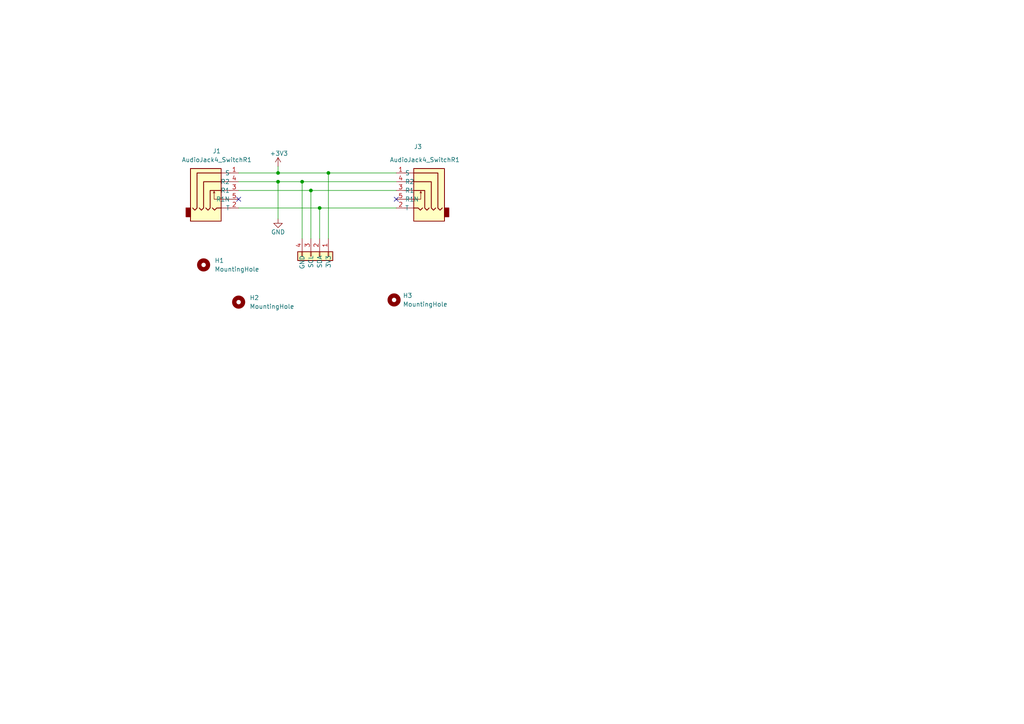
<source format=kicad_sch>
(kicad_sch (version 20211123) (generator eeschema)

  (uuid 88756da8-e111-4b08-9dca-4f421ab400a5)

  (paper "A4")

  (lib_symbols
    (symbol "Connector_Generic:Conn_01x04" (pin_names (offset 1.016)) (in_bom yes) (on_board yes)
      (property "Reference" "J2" (id 0) (at -1.27 -4.445 90)
        (effects (font (size 1.27 1.27)) hide)
      )
      (property "Value" "Conn_01x04" (id 1) (at -1.27 -6.985 90)
        (effects (font (size 1.27 1.27)) hide)
      )
      (property "Footprint" "Connector_Wire:SolderWire-0.15sqmm_1x04_P4mm_D0.5mm_OD1.5mm" (id 2) (at 0 0 0)
        (effects (font (size 1.27 1.27)) hide)
      )
      (property "Datasheet" "~" (id 3) (at 0 0 0)
        (effects (font (size 1.27 1.27)) hide)
      )
      (property "ki_keywords" "connector" (id 4) (at 0 0 0)
        (effects (font (size 1.27 1.27)) hide)
      )
      (property "ki_description" "Generic connector, single row, 01x04, script generated (kicad-library-utils/schlib/autogen/connector/)" (id 5) (at 0 0 0)
        (effects (font (size 1.27 1.27)) hide)
      )
      (property "ki_fp_filters" "Connector*:*_1x??_*" (id 6) (at 0 0 0)
        (effects (font (size 1.27 1.27)) hide)
      )
      (symbol "Conn_01x04_1_1"
        (rectangle (start -1.27 -4.953) (end 0 -5.207)
          (stroke (width 0.1524) (type default) (color 0 0 0 0))
          (fill (type none))
        )
        (rectangle (start -1.27 -2.413) (end 0 -2.667)
          (stroke (width 0.1524) (type default) (color 0 0 0 0))
          (fill (type none))
        )
        (rectangle (start -1.27 0.127) (end 0 -0.127)
          (stroke (width 0.1524) (type default) (color 0 0 0 0))
          (fill (type none))
        )
        (rectangle (start -1.27 2.667) (end 0 2.413)
          (stroke (width 0.1524) (type default) (color 0 0 0 0))
          (fill (type none))
        )
        (rectangle (start -1.27 3.81) (end 1.27 -6.35)
          (stroke (width 0.254) (type default) (color 0 0 0 0))
          (fill (type background))
        )
        (pin passive line (at -5.08 2.54 0) (length 3.81)
          (name "Pin_1" (effects (font (size 1.27 1.27))))
          (number "1" (effects (font (size 1.27 1.27))))
          (alternate "3V3" power_in line)
          (alternate "GND" power_in line)
        )
        (pin passive line (at -5.08 0 0) (length 3.81)
          (name "Pin_2" (effects (font (size 1.27 1.27))))
          (number "2" (effects (font (size 1.27 1.27))))
          (alternate "DATA" bidirectional line)
          (alternate "SCL" input line)
          (alternate "SDA" input line)
        )
        (pin passive line (at -5.08 -2.54 0) (length 3.81)
          (name "Pin_3" (effects (font (size 1.27 1.27))))
          (number "3" (effects (font (size 1.27 1.27))))
          (alternate "DATA" bidirectional line)
          (alternate "SCL" input line)
          (alternate "SDA" input line)
        )
        (pin passive line (at -5.08 -5.08 0) (length 3.81)
          (name "Pin_4" (effects (font (size 1.27 1.27))))
          (number "4" (effects (font (size 1.27 1.27))))
          (alternate "3V3" power_in line)
          (alternate "GND" power_in line)
        )
      )
    )
    (symbol "Mechanical:MountingHole" (pin_names (offset 1.016)) (in_bom yes) (on_board yes)
      (property "Reference" "H" (id 0) (at 0 5.08 0)
        (effects (font (size 1.27 1.27)))
      )
      (property "Value" "MountingHole" (id 1) (at 0 3.175 0)
        (effects (font (size 1.27 1.27)))
      )
      (property "Footprint" "" (id 2) (at 0 0 0)
        (effects (font (size 1.27 1.27)) hide)
      )
      (property "Datasheet" "~" (id 3) (at 0 0 0)
        (effects (font (size 1.27 1.27)) hide)
      )
      (property "ki_keywords" "mounting hole" (id 4) (at 0 0 0)
        (effects (font (size 1.27 1.27)) hide)
      )
      (property "ki_description" "Mounting Hole without connection" (id 5) (at 0 0 0)
        (effects (font (size 1.27 1.27)) hide)
      )
      (property "ki_fp_filters" "MountingHole*" (id 6) (at 0 0 0)
        (effects (font (size 1.27 1.27)) hide)
      )
      (symbol "MountingHole_0_1"
        (circle (center 0 0) (radius 1.27)
          (stroke (width 1.27) (type default) (color 0 0 0 0))
          (fill (type none))
        )
      )
    )
    (symbol "power1:+3V3" (power) (pin_names (offset 0)) (in_bom yes) (on_board yes)
      (property "Reference" "#PWR" (id 0) (at 0 -3.81 0)
        (effects (font (size 1.27 1.27)) hide)
      )
      (property "Value" "+3V3" (id 1) (at 0 3.556 0)
        (effects (font (size 1.27 1.27)))
      )
      (property "Footprint" "" (id 2) (at 0 0 0)
        (effects (font (size 1.27 1.27)) hide)
      )
      (property "Datasheet" "" (id 3) (at 0 0 0)
        (effects (font (size 1.27 1.27)) hide)
      )
      (property "ki_keywords" "power-flag" (id 4) (at 0 0 0)
        (effects (font (size 1.27 1.27)) hide)
      )
      (property "ki_description" "Power symbol creates a global label with name \"+3V3\"" (id 5) (at 0 0 0)
        (effects (font (size 1.27 1.27)) hide)
      )
      (symbol "+3V3_0_1"
        (polyline
          (pts
            (xy -0.762 1.27)
            (xy 0 2.54)
          )
          (stroke (width 0) (type default) (color 0 0 0 0))
          (fill (type none))
        )
        (polyline
          (pts
            (xy 0 0)
            (xy 0 2.54)
          )
          (stroke (width 0) (type default) (color 0 0 0 0))
          (fill (type none))
        )
        (polyline
          (pts
            (xy 0 2.54)
            (xy 0.762 1.27)
          )
          (stroke (width 0) (type default) (color 0 0 0 0))
          (fill (type none))
        )
      )
      (symbol "+3V3_1_1"
        (pin power_in line (at 0 0 90) (length 0) hide
          (name "+3V3" (effects (font (size 1.27 1.27))))
          (number "1" (effects (font (size 1.27 1.27))))
          (alternate "+3V3-OUT" power_out line)
        )
      )
    )
    (symbol "power1:GND" (power) (pin_names (offset 0)) (in_bom yes) (on_board yes)
      (property "Reference" "#PWR" (id 0) (at 0 -6.35 0)
        (effects (font (size 1.27 1.27)) hide)
      )
      (property "Value" "GND" (id 1) (at 0 -3.81 0)
        (effects (font (size 1.27 1.27)))
      )
      (property "Footprint" "" (id 2) (at 0 0 0)
        (effects (font (size 1.27 1.27)) hide)
      )
      (property "Datasheet" "" (id 3) (at 0 0 0)
        (effects (font (size 1.27 1.27)) hide)
      )
      (property "ki_keywords" "power-flag" (id 4) (at 0 0 0)
        (effects (font (size 1.27 1.27)) hide)
      )
      (property "ki_description" "Power symbol creates a global label with name \"GND\" , ground" (id 5) (at 0 0 0)
        (effects (font (size 1.27 1.27)) hide)
      )
      (symbol "GND_0_1"
        (polyline
          (pts
            (xy 0 0)
            (xy 0 -1.27)
            (xy 1.27 -1.27)
            (xy 0 -2.54)
            (xy -1.27 -1.27)
            (xy 0 -1.27)
          )
          (stroke (width 0) (type default) (color 0 0 0 0))
          (fill (type none))
        )
      )
      (symbol "GND_1_1"
        (pin power_in line (at 0 0 270) (length 0) hide
          (name "GND" (effects (font (size 1.27 1.27))))
          (number "1" (effects (font (size 1.27 1.27))))
          (alternate "GND-OUT" power_out line)
        )
      )
    )
    (symbol "reptile-monitor:AudioJack4_SwitchR1" (pin_names (offset 0.002)) (in_bom yes) (on_board yes)
      (property "Reference" "J" (id 0) (at 0 11.43 0)
        (effects (font (size 1.27 1.27)))
      )
      (property "Value" "AudioJack4_SwitchR1" (id 1) (at 0 8.89 0)
        (effects (font (size 1.27 1.27)))
      )
      (property "Footprint" "reptile-monitor:Korean Hroparts Elec PJ-227-5A" (id 2) (at 0 -13.97 0)
        (effects (font (size 1.27 1.27)) hide)
      )
      (property "Datasheet" "https://datasheet.lcsc.com/lcsc/1810121720_Korean-Hroparts-Elec-PJ-227-5A_C145819.pdf" (id 3) (at 0 -11.43 0)
        (effects (font (size 1.27 1.27)) hide)
      )
      (property "LCSC Part" "C145819" (id 4) (at 0 -16.51 0)
        (effects (font (size 1.27 1.27)) hide)
      )
      (property "ki_keywords" "audio jack receptacle stereo headphones phones TRS connector" (id 5) (at 0 0 0)
        (effects (font (size 1.27 1.27)) hide)
      )
      (property "ki_description" "Korean Hroparts Elec PJ-227-5A - Audio Jack, 4 Poles (Stereo / TRRS), Switched R1 Poles (Normalling)" (id 6) (at 0 0 0)
        (effects (font (size 1.27 1.27)) hide)
      )
      (property "ki_fp_filters" "Jack*" (id 7) (at 0 0 0)
        (effects (font (size 1.27 1.27)) hide)
      )
      (symbol "AudioJack4_SwitchR1_0_1"
        (rectangle (start -7.62 -5.08) (end -8.89 -7.62)
          (stroke (width 0.254) (type default) (color 0 0 0 0))
          (fill (type outline))
        )
        (rectangle (start -7.62 6.35) (end 1.27 -8.89)
          (stroke (width 0.254) (type default) (color 0 0 0 0))
          (fill (type background))
        )
        (polyline
          (pts
            (xy 1.27 -5.08)
            (xy 3.81 -5.08)
          )
          (stroke (width 0) (type default) (color 0 0 0 0))
          (fill (type none))
        )
        (polyline
          (pts
            (xy 1.27 2.54)
            (xy 3.81 2.54)
          )
          (stroke (width 0) (type default) (color 0 0 0 0))
          (fill (type none))
        )
        (polyline
          (pts
            (xy 3.81 0)
            (xy 1.27 0)
          )
          (stroke (width 0) (type default) (color 0 0 0 0))
          (fill (type none))
        )
        (polyline
          (pts
            (xy 3.81 5.08)
            (xy 1.27 5.08)
          )
          (stroke (width 0) (type default) (color 0 0 0 0))
          (fill (type none))
        )
      )
      (symbol "AudioJack4_SwitchR1_1_1"
        (polyline
          (pts
            (xy -0.762 -0.254)
            (xy -0.508 -0.762)
          )
          (stroke (width 0) (type default) (color 0 0 0 0))
          (fill (type none))
        )
        (polyline
          (pts
            (xy -1.27 -5.08)
            (xy -0.635 -5.715)
            (xy 0 -5.08)
            (xy 1.27 -5.08)
          )
          (stroke (width 0.254) (type default) (color 0 0 0 0))
          (fill (type none))
        )
        (polyline
          (pts
            (xy 3.81 -2.54)
            (xy -0.762 -2.54)
            (xy -0.762 -0.254)
            (xy -1.016 -0.762)
          )
          (stroke (width 0) (type default) (color 0 0 0 0))
          (fill (type none))
        )
        (polyline
          (pts
            (xy -3.175 -5.08)
            (xy -2.54 -5.715)
            (xy -1.905 -5.08)
            (xy -1.905 0)
            (xy 1.27 0)
          )
          (stroke (width 0.254) (type default) (color 0 0 0 0))
          (fill (type none))
        )
        (polyline
          (pts
            (xy 1.27 2.54)
            (xy -3.81 2.54)
            (xy -3.81 -5.08)
            (xy -4.445 -5.715)
            (xy -5.08 -5.08)
          )
          (stroke (width 0.254) (type default) (color 0 0 0 0))
          (fill (type none))
        )
        (polyline
          (pts
            (xy 1.27 5.08)
            (xy -5.715 5.08)
            (xy -5.715 -5.08)
            (xy -6.35 -5.715)
            (xy -6.985 -5.08)
          )
          (stroke (width 0.254) (type default) (color 0 0 0 0))
          (fill (type none))
        )
        (pin passive line (at 6.35 5.08 180) (length 2.54)
          (name "S" (effects (font (size 1.27 1.27))))
          (number "1" (effects (font (size 1.27 1.27))))
        )
        (pin passive line (at 6.35 -5.08 180) (length 2.54)
          (name "T" (effects (font (size 1.27 1.27))))
          (number "2" (effects (font (size 1.27 1.27))))
        )
        (pin passive line (at 6.35 0 180) (length 2.54)
          (name "R1" (effects (font (size 1.27 1.27))))
          (number "3" (effects (font (size 1.27 1.27))))
        )
        (pin passive line (at 6.35 2.54 180) (length 2.54)
          (name "R2" (effects (font (size 1.27 1.27))))
          (number "4" (effects (font (size 1.27 1.27))))
        )
        (pin passive line (at 6.35 -2.54 180) (length 2.54)
          (name "R1N" (effects (font (size 1.27 1.27))))
          (number "5" (effects (font (size 1.27 1.27))))
        )
      )
    )
  )

  (junction (at 95.25 50.165) (diameter 0) (color 0 0 0 0)
    (uuid 27ece12e-2628-4b8c-ba24-54c08fed210f)
  )
  (junction (at 80.645 50.165) (diameter 0) (color 0 0 0 0)
    (uuid 4142691e-6a49-4295-92f0-cc934573a9af)
  )
  (junction (at 92.71 60.325) (diameter 0) (color 0 0 0 0)
    (uuid 9991f3a4-6028-4bd1-8cb6-b29ce000a5b4)
  )
  (junction (at 87.63 52.705) (diameter 0) (color 0 0 0 0)
    (uuid a19a46a7-1637-405f-8eeb-b99bfe76af54)
  )
  (junction (at 80.645 52.705) (diameter 0) (color 0 0 0 0)
    (uuid ab130a9b-9018-4897-a6fe-d70c86f4d5b1)
  )
  (junction (at 90.17 55.245) (diameter 0) (color 0 0 0 0)
    (uuid d2a5d3f4-3134-4827-afaf-9384e138c8b0)
  )

  (no_connect (at 69.215 57.785) (uuid 1aeb5499-80b0-4fa5-9103-96919b4f1e5e))
  (no_connect (at 114.935 57.785) (uuid 85d9b0d2-9e8d-4710-9475-721ac75246b7))

  (wire (pts (xy 69.215 60.325) (xy 92.71 60.325))
    (stroke (width 0) (type default) (color 0 0 0 0))
    (uuid 052e6220-46ad-40ed-98f4-dd1ba572f79d)
  )
  (wire (pts (xy 80.645 52.705) (xy 80.645 63.5))
    (stroke (width 0) (type default) (color 0 0 0 0))
    (uuid 3b090045-7b95-41c5-8516-377d4053bdc5)
  )
  (wire (pts (xy 87.63 52.705) (xy 87.63 69.215))
    (stroke (width 0) (type default) (color 0 0 0 0))
    (uuid 41401ee3-760f-4c6f-81ce-7f1afc06c112)
  )
  (wire (pts (xy 80.645 52.705) (xy 87.63 52.705))
    (stroke (width 0) (type default) (color 0 0 0 0))
    (uuid 4f8d1a75-fac9-412b-bfda-14d851aa903c)
  )
  (wire (pts (xy 92.71 60.325) (xy 92.71 69.215))
    (stroke (width 0) (type default) (color 0 0 0 0))
    (uuid 5c52b382-db7f-4736-aaa2-02513dda52f8)
  )
  (wire (pts (xy 87.63 52.705) (xy 114.935 52.705))
    (stroke (width 0) (type default) (color 0 0 0 0))
    (uuid 6426b76b-f035-4aaf-a696-a12b63bc03a0)
  )
  (wire (pts (xy 69.215 52.705) (xy 80.645 52.705))
    (stroke (width 0) (type default) (color 0 0 0 0))
    (uuid 6811d97f-5040-4764-af61-28702b9a9630)
  )
  (wire (pts (xy 80.645 48.26) (xy 80.645 50.165))
    (stroke (width 0) (type default) (color 0 0 0 0))
    (uuid 6a093101-e352-414d-a917-ddac77fb16a3)
  )
  (wire (pts (xy 114.935 60.325) (xy 92.71 60.325))
    (stroke (width 0) (type default) (color 0 0 0 0))
    (uuid 79a4c677-37ed-4130-a826-351b675a4bf4)
  )
  (wire (pts (xy 95.25 50.165) (xy 114.935 50.165))
    (stroke (width 0) (type default) (color 0 0 0 0))
    (uuid a2bae223-8662-4457-86db-d8553bf0af3d)
  )
  (wire (pts (xy 95.25 50.165) (xy 95.25 69.215))
    (stroke (width 0) (type default) (color 0 0 0 0))
    (uuid a60fa658-755a-40ce-95e2-53a13c4b8f98)
  )
  (wire (pts (xy 90.17 55.245) (xy 90.17 69.215))
    (stroke (width 0) (type default) (color 0 0 0 0))
    (uuid a90c7b42-c545-4f7b-b47e-19f68bffab54)
  )
  (wire (pts (xy 80.645 50.165) (xy 95.25 50.165))
    (stroke (width 0) (type default) (color 0 0 0 0))
    (uuid b114cb57-245a-45fb-b3df-79ebaefb1285)
  )
  (wire (pts (xy 69.215 55.245) (xy 90.17 55.245))
    (stroke (width 0) (type default) (color 0 0 0 0))
    (uuid e8edd28c-4413-4a55-8d41-2501ce05ceea)
  )
  (wire (pts (xy 69.215 50.165) (xy 80.645 50.165))
    (stroke (width 0) (type default) (color 0 0 0 0))
    (uuid e96bc12e-8651-44bb-85f4-a08fdcaecc3e)
  )
  (wire (pts (xy 114.935 55.245) (xy 90.17 55.245))
    (stroke (width 0) (type default) (color 0 0 0 0))
    (uuid eca31d22-af7e-4e11-bc91-489f16d99224)
  )

  (symbol (lib_id "power1:GND") (at 80.645 63.5 0) (unit 1)
    (in_bom yes) (on_board yes)
    (uuid 158192ff-488f-4433-8d21-75cc813cbf1e)
    (property "Reference" "#PWR02" (id 0) (at 80.645 69.85 0)
      (effects (font (size 1.27 1.27)) hide)
    )
    (property "Value" "GND" (id 1) (at 80.645 67.31 0))
    (property "Footprint" "" (id 2) (at 80.645 63.5 0)
      (effects (font (size 1.27 1.27)) hide)
    )
    (property "Datasheet" "" (id 3) (at 80.645 63.5 0)
      (effects (font (size 1.27 1.27)) hide)
    )
    (pin "1" (uuid 2c0abca4-b9f6-46f4-98bf-eb89128779c3))
  )

  (symbol (lib_id "Mechanical:MountingHole") (at 59.055 76.835 0) (unit 1)
    (in_bom yes) (on_board yes) (fields_autoplaced)
    (uuid 5a57db59-8140-4f00-a0ad-2d86b525e767)
    (property "Reference" "H1" (id 0) (at 62.23 75.5649 0)
      (effects (font (size 1.27 1.27)) (justify left))
    )
    (property "Value" "MountingHole" (id 1) (at 62.23 78.1049 0)
      (effects (font (size 1.27 1.27)) (justify left))
    )
    (property "Footprint" "MountingHole:MountingHole_3.2mm_M3" (id 2) (at 59.055 76.835 0)
      (effects (font (size 1.27 1.27)) hide)
    )
    (property "Datasheet" "~" (id 3) (at 59.055 76.835 0)
      (effects (font (size 1.27 1.27)) hide)
    )
  )

  (symbol (lib_id "power1:+3V3") (at 80.645 48.26 0) (mirror y) (unit 1)
    (in_bom yes) (on_board yes)
    (uuid 6bc41856-d1a5-4ab8-b1cd-cbd503acce69)
    (property "Reference" "#PWR01" (id 0) (at 80.645 52.07 0)
      (effects (font (size 1.27 1.27)) hide)
    )
    (property "Value" "+3V3" (id 1) (at 80.899 44.5008 0))
    (property "Footprint" "" (id 2) (at 80.645 48.26 0)
      (effects (font (size 1.27 1.27)) hide)
    )
    (property "Datasheet" "" (id 3) (at 80.645 48.26 0)
      (effects (font (size 1.27 1.27)) hide)
    )
    (pin "1" (uuid a7d61035-3ad4-4f4a-b713-90a9d6807c60))
  )

  (symbol (lib_id "Mechanical:MountingHole") (at 114.3 86.995 0) (unit 1)
    (in_bom yes) (on_board yes) (fields_autoplaced)
    (uuid 6e7acb28-05d1-4240-95cb-7e65bd8f7a0d)
    (property "Reference" "H3" (id 0) (at 116.84 85.7249 0)
      (effects (font (size 1.27 1.27)) (justify left))
    )
    (property "Value" "MountingHole" (id 1) (at 116.84 88.2649 0)
      (effects (font (size 1.27 1.27)) (justify left))
    )
    (property "Footprint" "MountingHole:MountingHole_3.2mm_M3" (id 2) (at 114.3 86.995 0)
      (effects (font (size 1.27 1.27)) hide)
    )
    (property "Datasheet" "~" (id 3) (at 114.3 86.995 0)
      (effects (font (size 1.27 1.27)) hide)
    )
  )

  (symbol (lib_id "reptile-monitor:AudioJack4_SwitchR1") (at 121.285 55.245 0) (mirror y) (unit 1)
    (in_bom yes) (on_board yes)
    (uuid 81b8fd51-74d7-4403-ad36-7284b178a2bc)
    (property "Reference" "J3" (id 0) (at 120.015 42.545 0)
      (effects (font (size 1.27 1.27)) (justify right))
    )
    (property "Value" "AudioJack4_SwitchR1" (id 1) (at 113.03 46.355 0)
      (effects (font (size 1.27 1.27)) (justify right))
    )
    (property "Footprint" "reptile-monitor:Korean Hroparts Elec PJ-227-5A" (id 2) (at 121.285 69.215 0)
      (effects (font (size 1.27 1.27)) hide)
    )
    (property "Datasheet" "https://datasheet.lcsc.com/lcsc/1810121720_Korean-Hroparts-Elec-PJ-227-5A_C145819.pdf" (id 3) (at 121.285 66.675 0)
      (effects (font (size 1.27 1.27)) hide)
    )
    (property "LCSC Part" "C145819" (id 4) (at 121.285 71.755 0)
      (effects (font (size 1.27 1.27)) hide)
    )
    (pin "1" (uuid 43cefbf6-554a-42c9-bfdb-6a469fea6002))
    (pin "2" (uuid 174bf268-22cf-45c6-915c-bc89a7d5faa2))
    (pin "3" (uuid 267a1083-6cbc-4ace-9839-9fe5dd7dfe68))
    (pin "4" (uuid 498cb4e1-53e1-43ad-8f81-10edc9dafa71))
    (pin "5" (uuid 8723f3f7-0d0c-42eb-8b58-d5b76313e89b))
  )

  (symbol (lib_id "reptile-monitor:AudioJack4_SwitchR1") (at 62.865 55.245 0) (unit 1)
    (in_bom yes) (on_board yes) (fields_autoplaced)
    (uuid 95ae5c6b-1553-4551-bafc-dcc6893749fc)
    (property "Reference" "J1" (id 0) (at 62.865 43.815 0))
    (property "Value" "AudioJack4_SwitchR1" (id 1) (at 62.865 46.355 0))
    (property "Footprint" "reptile-monitor:Korean Hroparts Elec PJ-227-5A" (id 2) (at 62.865 69.215 0)
      (effects (font (size 1.27 1.27)) hide)
    )
    (property "Datasheet" "https://datasheet.lcsc.com/lcsc/1810121720_Korean-Hroparts-Elec-PJ-227-5A_C145819.pdf" (id 3) (at 62.865 66.675 0)
      (effects (font (size 1.27 1.27)) hide)
    )
    (property "LCSC Part" "C145819" (id 4) (at 62.865 71.755 0)
      (effects (font (size 1.27 1.27)) hide)
    )
    (pin "1" (uuid cfcc1012-3c37-4086-a1bb-b7c29fe35ddb))
    (pin "2" (uuid 1f679b0f-b990-4d7a-8d3c-d52ede678800))
    (pin "3" (uuid 74e95bd4-76f6-4e71-8012-05d2afcfa5d9))
    (pin "4" (uuid 624a955d-b146-4772-b22e-53dbca8f59b2))
    (pin "5" (uuid 42becbd6-8495-46fc-91e8-26cc23cfdba3))
  )

  (symbol (lib_id "Mechanical:MountingHole") (at 69.215 87.63 0) (unit 1)
    (in_bom yes) (on_board yes) (fields_autoplaced)
    (uuid 9e648b72-eb7f-428b-af4e-927e4cef399e)
    (property "Reference" "H2" (id 0) (at 72.39 86.3599 0)
      (effects (font (size 1.27 1.27)) (justify left))
    )
    (property "Value" "MountingHole" (id 1) (at 72.39 88.8999 0)
      (effects (font (size 1.27 1.27)) (justify left))
    )
    (property "Footprint" "MountingHole:MountingHole_3.2mm_M3" (id 2) (at 69.215 87.63 0)
      (effects (font (size 1.27 1.27)) hide)
    )
    (property "Datasheet" "~" (id 3) (at 69.215 87.63 0)
      (effects (font (size 1.27 1.27)) hide)
    )
  )

  (symbol (lib_id "Connector_Generic:Conn_01x04") (at 92.71 74.295 270) (unit 1)
    (in_bom yes) (on_board yes) (fields_autoplaced)
    (uuid b25744ef-aba4-4d4e-87f5-9c4809a0303b)
    (property "Reference" "J2" (id 0) (at 88.265 73.025 90)
      (effects (font (size 1.27 1.27)) hide)
    )
    (property "Value" "Conn_01x04" (id 1) (at 85.725 73.025 90)
      (effects (font (size 1.27 1.27)) hide)
    )
    (property "Footprint" "Connector_Wire:SolderWire-0.15sqmm_1x04_P4mm_D0.5mm_OD1.5mm" (id 2) (at 92.71 74.295 0)
      (effects (font (size 1.27 1.27)) hide)
    )
    (property "Datasheet" "~" (id 3) (at 92.71 74.295 0)
      (effects (font (size 1.27 1.27)) hide)
    )
    (pin "1" (uuid 2752301e-9887-4f6b-bc39-0b2d8b09baba) (alternate "3V3"))
    (pin "2" (uuid 38f8792a-c1ce-42ce-99af-b889d7140429) (alternate "SDA"))
    (pin "3" (uuid 079c95f2-a0e5-4979-857c-5693bbfc3053) (alternate "SCL"))
    (pin "4" (uuid bff5f93d-58bf-4957-a072-8ab578eaafbf) (alternate "GND"))
  )

  (sheet_instances
    (path "/" (page "1"))
  )

  (symbol_instances
    (path "/6bc41856-d1a5-4ab8-b1cd-cbd503acce69"
      (reference "#PWR01") (unit 1) (value "+3V3") (footprint "")
    )
    (path "/158192ff-488f-4433-8d21-75cc813cbf1e"
      (reference "#PWR02") (unit 1) (value "GND") (footprint "")
    )
    (path "/5a57db59-8140-4f00-a0ad-2d86b525e767"
      (reference "H1") (unit 1) (value "MountingHole") (footprint "MountingHole:MountingHole_3.2mm_M3")
    )
    (path "/9e648b72-eb7f-428b-af4e-927e4cef399e"
      (reference "H2") (unit 1) (value "MountingHole") (footprint "MountingHole:MountingHole_3.2mm_M3")
    )
    (path "/6e7acb28-05d1-4240-95cb-7e65bd8f7a0d"
      (reference "H3") (unit 1) (value "MountingHole") (footprint "MountingHole:MountingHole_3.2mm_M3")
    )
    (path "/95ae5c6b-1553-4551-bafc-dcc6893749fc"
      (reference "J1") (unit 1) (value "AudioJack4_SwitchR1") (footprint "reptile-monitor:Korean Hroparts Elec PJ-227-5A")
    )
    (path "/b25744ef-aba4-4d4e-87f5-9c4809a0303b"
      (reference "J2") (unit 1) (value "Conn_01x04") (footprint "Connector_Wire:SolderWire-0.15sqmm_1x04_P4mm_D0.5mm_OD1.5mm")
    )
    (path "/81b8fd51-74d7-4403-ad36-7284b178a2bc"
      (reference "J3") (unit 1) (value "AudioJack4_SwitchR1") (footprint "reptile-monitor:Korean Hroparts Elec PJ-227-5A")
    )
  )
)

</source>
